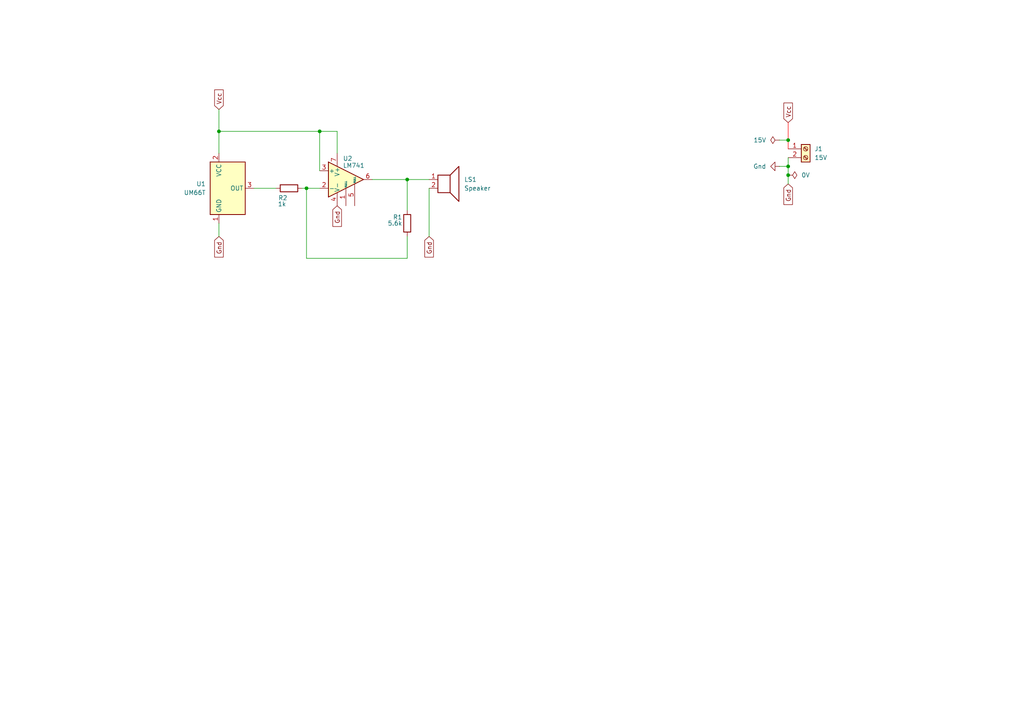
<source format=kicad_sch>
(kicad_sch (version 20250114) (generator "eeschema") (generator_version "9.0")
  (paper "A4")
  (lib_symbols
    (symbol "Amplifier_Operational:LM741" (pin_names (offset 0.127))
      (property "Reference" "U" (at 0 6.35 0))
      (property "Value" "LM741" (at 0 3.81 0))
      (symbol "LM741_0_1"
        (polyline (pts (xy -5.08 5.08) (xy 5.08 0) (xy -5.08 -5.08) (xy -5.08 5.08)) (stroke (width 0.254)) (fill (type background)))
      )
      (symbol "LM741_1_1"
        (pin input line (at -7.62 2.54 0) (length 2.54) (name "+") (number "3"))
        (pin input line (at -7.62 -2.54 0) (length 2.54) (name "-") (number "2"))
        (pin power_in line (at -2.54 7.62 270) (length 3.81) (name "V+") (number "7"))
        (pin power_in line (at -2.54 -7.62 90) (length 3.81) (name "V-") (number "4"))
        (pin no_connect line (at 0 2.54 270) (length 2.54) (hide yes) (name "NC") (number "8"))
        (pin input line (at 0 -7.62 90) (length 5.08) (name "NULL") (number "1"))
        (pin input line (at 2.54 -7.62 90) (length 6.35) (name "NULL") (number "5"))
        (pin output line (at 7.62 0 180) (length 2.54) (name "~") (number "6"))
      )
    )
    (symbol "Connector:Screw_Terminal_01x02" (pin_names (offset 1.016) (hide yes))
      (property "Reference" "J" (at 0 2.54 0))
      (property "Value" "Screw_Terminal_01x02" (at 0 -5.08 0))
      (symbol "Screw_Terminal_01x02_1_1"
        (rectangle (start -1.27 1.27) (end 1.27 -3.81) (stroke (width 0.254)) (fill (type background)))
        (polyline (pts (xy -0.5334 0.3302) (xy 0.3302 -0.508)) (stroke (width 0.1524)))
        (polyline (pts (xy -0.5334 -2.2098) (xy 0.3302 -3.048)) (stroke (width 0.1524)))
        (polyline (pts (xy -0.3556 0.508) (xy 0.508 -0.3302)) (stroke (width 0.1524)))
        (polyline (pts (xy -0.3556 -2.032) (xy 0.508 -2.8702)) (stroke (width 0.1524)))
        (circle (center 0 0) (radius 0.635) (stroke (width 0.1524)))
        (circle (center 0 -2.54) (radius 0.635) (stroke (width 0.1524)))
        (pin passive line (at -5.08 0 0) (length 3.81) (name "Pin_1") (number "1"))
        (pin passive line (at -5.08 -2.54 0) (length 3.81) (name "Pin_2") (number "2"))
      )
    )
    (symbol "Device:R" (pin_numbers (hide yes)) (pin_names (offset 0))
      (property "Reference" "R" (at 2.032 0 90))
      (property "Value" "R" (at 0 0 90))
      (symbol "R_0_1"
        (rectangle (start -1.016 -2.54) (end 1.016 2.54) (stroke (width 0.254)))
      )
      (symbol "R_1_1"
        (pin passive line (at 0 3.81 270) (length 1.27) (name "~") (number "1"))
        (pin passive line (at 0 -3.81 90) (length 1.27) (name "~") (number "2"))
      )
    )
    (symbol "Device:Speaker" (pin_names (offset 0) (hide yes))
      (property "Reference" "LS" (at 1.27 5.715 0))
      (property "Value" "Speaker" (at 1.27 3.81 0))
      (symbol "Speaker_0_0"
        (rectangle (start -2.54 1.27) (end 1.016 -3.81) (stroke (width 0.254)))
        (polyline (pts (xy 1.016 1.27) (xy 3.556 3.81) (xy 3.556 -6.35) (xy 1.016 -3.81)) (stroke (width 0.254)))
      )
      (symbol "Speaker_1_1"
        (pin input line (at -5.08 0 0) (length 2.54) (name "1") (number "1"))
        (pin input line (at -5.08 -2.54 0) (length 2.54) (name "2") (number "2"))
      )
    )
    (symbol "Sensor_Magnetic:DRV5055A4xLPGxQ1"
      (property "Reference" "U1" (at -6.35 -1.2701 0))
      (property "Value" "UM66T" (at -6.35 1.2699 0))
      (symbol "DRV5055A4xLPGxQ1_1_1"
        (rectangle (start -5.08 7.62) (end 5.08 -7.62) (stroke (width 0.254)) (fill (type background)))
        (pin power_in line (at -2.54 10.16 270) (length 2.54) (name "VCC") (number "2"))
        (pin power_in line (at -2.54 -10.16 90) (length 2.54) (name "GND") (number "1"))
        (pin output line (at 7.62 0 180) (length 2.54) (name "OUT") (number "3"))
      )
    )
    (symbol "power:GND" (power) (pin_numbers (hide yes)) (pin_names (offset 0) (hide yes))
      (property "Value" "GND" (at 0 -3.81 0))
      (symbol "GND_0_1"
        (polyline (pts (xy 0 0) (xy 0 -1.27) (xy 1.27 -1.27) (xy 0 -2.54) (xy -1.27 -1.27) (xy 0 -1.27)))
      )
      (symbol "GND_1_1"
        (pin power_in line (at 0 0 270) (length 0) (name "~") (number "1"))
      )
    )
    (symbol "power:PWR_FLAG" (power) (pin_numbers (hide yes)) (pin_names (offset 0) (hide yes))
      (property "Value" "PWR_FLAG" (at 0 3.81 0))
      (symbol "PWR_FLAG_0_0"
        (pin power_out line (at 0 0 90) (length 0) (name "~") (number "1"))
      )
      (symbol "PWR_FLAG_0_1"
        (polyline (pts (xy 0 0) (xy 0 1.27) (xy -1.016 1.905) (xy 0 2.54) (xy 1.016 1.905) (xy 0 1.27)))
      )
    )
  )
  (junction (at 228.6 48.26))
  (junction (at 118.11 52.07))
  (junction (at 88.9 54.61))
  (junction (at 228.6 40.64))
  (junction (at 92.71 38.1))
  (junction (at 63.5 38.1))
  (junction (at 228.6 50.8))
  (wire (pts (xy 92.71 49.53) (xy 92.71 38.1)))
  (wire (pts (xy 63.5 44.45) (xy 63.5 38.1)))
  (wire (pts (xy 92.71 38.1) (xy 97.79 38.1)))
  (wire (pts (xy 92.71 38.1) (xy 63.5 38.1)))
  (wire (pts (xy 124.46 52.07) (xy 118.11 52.07)))
  (wire (pts (xy 228.6 50.8) (xy 228.6 53.34)))
  (wire (pts (xy 228.6 35.56) (xy 228.6 40.64)) (stroke (width 0) (color 255 0 0 1)))
  (wire (pts (xy 118.11 68.58) (xy 118.11 74.93)))
  (wire (pts (xy 118.11 52.07) (xy 118.11 60.96)))
  (wire (pts (xy 124.46 54.61) (xy 124.46 68.58)))
  (wire (pts (xy 107.95 52.07) (xy 118.11 52.07)))
  (wire (pts (xy 226.06 40.64) (xy 228.6 40.64)))
  (wire (pts (xy 87.63 54.61) (xy 88.9 54.61)))
  (wire (pts (xy 228.6 48.26) (xy 228.6 50.8)))
  (wire (pts (xy 63.5 64.77) (xy 63.5 68.58)))
  (wire (pts (xy 73.66 54.61) (xy 80.01 54.61)))
  (wire (pts (xy 228.6 45.72) (xy 228.6 48.26)))
  (wire (pts (xy 88.9 54.61) (xy 88.9 74.93)))
  (wire (pts (xy 118.11 74.93) (xy 88.9 74.93)))
  (wire (pts (xy 97.79 44.45) (xy 97.79 38.1)))
  (wire (pts (xy 228.6 43.18) (xy 228.6 40.64)) (stroke (width 0) (color 255 0 0 1)))
  (wire (pts (xy 63.5 31.75) (xy 63.5 38.1)))
  (wire (pts (xy 88.9 54.61) (xy 92.71 54.61)))
  (wire (pts (xy 226.06 48.26) (xy 228.6 48.26)))
  (global_label "Gnd" (shape input) (at 97.79 59.69 270) (property "Intersheetrefs" "${INTERSHEET_REFS}" (effects (hide yes))))
  (global_label "Vcc" (shape input) (at 63.5 31.75 90) (property "Intersheetrefs" "${INTERSHEET_REFS}" (effects (hide yes))))
  (global_label "Vcc" (shape input) (at 228.6 35.56 90) (property "Intersheetrefs" "${INTERSHEET_REFS}" (effects (hide yes))))
  (global_label "Gnd" (shape input) (at 63.5 68.58 270) (property "Intersheetrefs" "${INTERSHEET_REFS}" (effects (hide yes))))
  (global_label "Gnd" (shape input) (at 124.46 68.58 270) (property "Intersheetrefs" "${INTERSHEET_REFS}" (effects (hide yes))))
  (global_label "Gnd" (shape input) (at 228.6 53.34 270) (property "Intersheetrefs" "${INTERSHEET_REFS}" (effects (hide yes))))
  (symbol (lib_id "Amplifier_Operational:LM741") (at 100.33 52.07 0) (unit 1)
    (property "Reference" "U2" (at 100.838 45.974 0))
    (property "Value" "LM741" (at 102.616 48.006 0))
    (property "Datasheet" "http://www.ti.com/lit/ds/symlink/lm741.pdf" (effects (hide yes)))
    (property "Description" "Operational Amplifier, DIP-8/TO-99-8" (effects (hide yes)))
    (property "Sim.Library" "/home/kjetil/kicad/lm741.lib" (effects (hide yes)))
    (property "Sim.Name" "LM741" (effects (hide yes)))
    (property "Sim.Device" "SUBCKT" (effects (hide yes)))
    (property "Sim.Pins" "1=1 2=2 3=99 4=50 5=28" (effects (hide yes)))
  )
  (symbol (lib_id "Sensor_Magnetic:DRV5055A4xLPGxQ1") (at 66.04 54.61 0) (unit 1)
    (property "Reference" "U1" (at 59.69 53.3399 0) (effects (justify right)))
    (property "Value" "UM66T" (at 59.69 55.8799 0) (effects (justify right)))
    (property "Footprint" "Package_TO_SOT_THT:TO-92_Inline" (effects (hide yes)))
    (property "Datasheet" "https://www.ti.com/lit/ds/symlink/drv5055-q1.pdf" (effects (hide yes)))
    (property "Description" "12.5mV/mT,±169-mT, 20-kHz, 3.3/5V, TO-92" (effects (hide yes)))
  )
  (symbol (lib_id "Connector:Screw_Terminal_01x02") (at 233.68 43.18 0) (unit 1)
    (property "Reference" "J1" (at 236.22 43.1799 0) (effects (justify left)))
    (property "Value" "15V" (at 236.22 45.7199 0) (effects (justify left)))
    (property "Footprint" "TerminalBlock:TerminalBlock_Xinya_XY308-2.54-2P_1x02_P2.54mm_Horizontal" (effects (hide yes)))
    (property "Description" "Generic screw terminal, single row, 01x02, script generated (kicad-library-utils/schlib/autogen/connector/)" (effects (hide yes)))
    (property "Sim.Device" "V" (effects (hide yes)))
    (property "Sim.Type" "DC" (effects (hide yes)))
    (property "Sim.Pins" "1=+ 2=-" (effects (hide yes)))
  )
  (symbol (lib_id "power:GND") (at 226.06 48.26 270) (unit 1)
    (property "Reference" "#PWR03" (effects (hide yes)))
    (property "Value" "Gnd" (at 222.25 48.2599 90) (effects (justify right)))
    (property "Description" "Power symbol creates a global label with name \"GND\" , ground" (effects (hide yes)))
  )
  (symbol (lib_id "power:PWR_FLAG") (at 228.6 50.8 270) (unit 1)
    (property "Reference" "#FLG02" (effects (hide yes)))
    (property "Value" "0V" (at 232.41 50.7999 90) (effects (justify left)))
    (property "Description" "Special symbol for telling ERC where power comes from" (effects (hide yes)))
  )
  (symbol (lib_id "Device:R") (at 118.11 64.77 180) (unit 1)
    (property "Reference" "R1" (at 115.316 62.992 0))
    (property "Value" "5.6k" (at 114.554 64.77 0))
    (property "Description" "Resistor" (effects (hide yes)))
  )
  (symbol (lib_id "Device:Speaker") (at 129.54 52.07 0) (unit 1)
    (property "Reference" "LS1" (at 134.62 52.0699 0) (effects (justify left)))
    (property "Value" "Speaker" (at 134.62 54.6099 0) (effects (justify left)))
    (property "Description" "Speaker" (effects (hide yes)))
  )
  (symbol (lib_id "power:PWR_FLAG") (at 226.06 40.64 90) (unit 1)
    (property "Reference" "#FLG01" (effects (hide yes)))
    (property "Value" "15V" (at 222.25 40.6399 90) (effects (justify left)))
    (property "Description" "Special symbol for telling ERC where power comes from" (effects (hide yes)))
  )
  (symbol (lib_id "Device:R") (at 83.82 54.61 270) (unit 1)
    (property "Reference" "R2" (at 82.042 57.404 90))
    (property "Value" "1k" (at 81.788 59.182 90))
    (property "Description" "Resistor" (effects (hide yes)))
  )
)
</source>
